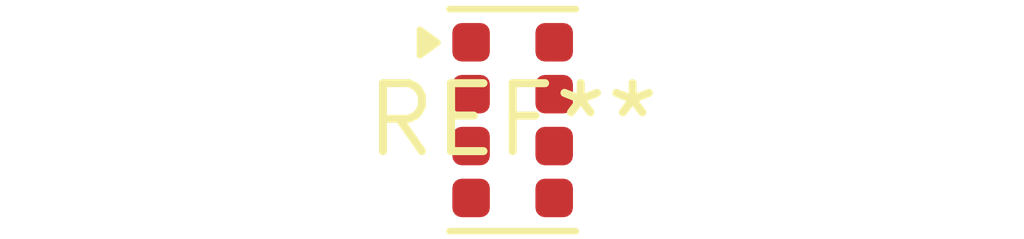
<source format=kicad_pcb>
(kicad_pcb (version 20240108) (generator pcbnew)
  (layers (0 "F.Cu" signal) (31 "B.Cu" signal) (34 "B.Paste" user) (35 "F.Paste" user) (36 "B.SilkS" user "B.Silkscreen") (37 "F.SilkS" user "F.Silkscreen") (38 "B.Mask" user) (39 "F.Mask" user) (44 "Edge.Cuts" user))
  (net 0 "")
  (footprint "Rohm_RPR-0521RS" (layer "F.Cu") (at 0 0)
    (property "Reference" "REF**")
    (property "Value" "Rohm_RPR-0521RS")
    (fp_line (start -1.18 -2.075) (end 1.18 -2.075) (layer "F.SilkS") (stroke (width 0.12)))
    (fp_line (start -1.18 2.075) (end 1.18 2.075) (layer "F.SilkS") (stroke (width 0.12)))
    (fp_poly (pts (xy -1.4 -1.45) (xy -1.73 -1.21) (xy -1.73 -1.69) (xy -1.4 -1.45)) (layer "F.SilkS") (stroke (width 0.12)) (fill solid))
    (pad "1" smd roundrect (at -0.775 -1.455 270) (size 0.72 0.7) (layers "F.Cu" "F.Paste" "F.Mask"))
    (pad "2" smd roundrect (at -0.775 -0.485 270) (size 0.72 0.7) (layers "F.Cu" "F.Paste" "F.Mask"))
    (pad "3" smd roundrect (at -0.775 0.485 270) (size 0.72 0.7) (layers "F.Cu" "F.Paste" "F.Mask"))
    (pad "4" smd roundrect (at -0.775 1.455 270) (size 0.72 0.7) (layers "F.Cu" "F.Paste" "F.Mask"))
    (pad "5" smd roundrect (at 0.775 1.455 270) (size 0.72 0.7) (layers "F.Cu" "F.Paste" "F.Mask"))
    (pad "6" smd roundrect (at 0.775 0.485 270) (size 0.72 0.7) (layers "F.Cu" "F.Paste" "F.Mask"))
    (pad "7" smd roundrect (at 0.775 -0.485 270) (size 0.72 0.7) (layers "F.Cu" "F.Paste" "F.Mask"))
    (pad "8" smd roundrect (at 0.775 -1.455 270) (size 0.72 0.7) (layers "F.Cu" "F.Paste" "F.Mask"))
  )
)
</source>
